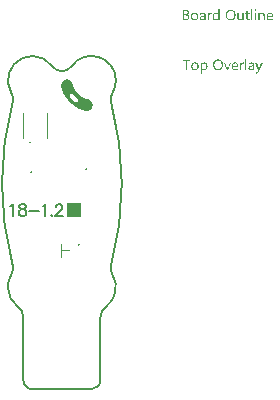
<source format=gto>
G04*
G04 #@! TF.GenerationSoftware,Altium Limited,Altium Designer,21.9.2 (33)*
G04*
G04 Layer_Color=65535*
%FSAX25Y25*%
%MOIN*%
G70*
G04*
G04 #@! TF.SameCoordinates,22CECA58-678C-4C5F-B68D-3DF83B2D247A*
G04*
G04*
G04 #@! TF.FilePolarity,Positive*
G04*
G01*
G75*
%ADD10C,0.00591*%
%ADD11C,0.00394*%
%ADD12R,0.05020X0.04823*%
%ADD13C,0.00787*%
G36*
X0064563Y0102638D02*
X0064588D01*
X0064644Y0102613D01*
X0064675Y0102594D01*
X0064706Y0102569D01*
X0064712Y0102563D01*
X0064718Y0102557D01*
X0064749Y0102520D01*
X0064774Y0102458D01*
X0064780Y0102421D01*
X0064786Y0102384D01*
Y0102377D01*
Y0102365D01*
X0064780Y0102347D01*
X0064774Y0102322D01*
X0064755Y0102260D01*
X0064731Y0102229D01*
X0064706Y0102198D01*
X0064700D01*
X0064693Y0102186D01*
X0064656Y0102161D01*
X0064601Y0102136D01*
X0064563Y0102130D01*
X0064526Y0102124D01*
X0064508D01*
X0064489Y0102130D01*
X0064464D01*
X0064403Y0102155D01*
X0064372Y0102167D01*
X0064341Y0102192D01*
Y0102198D01*
X0064328Y0102204D01*
X0064316Y0102223D01*
X0064303Y0102241D01*
X0064279Y0102303D01*
X0064272Y0102340D01*
X0064266Y0102384D01*
Y0102390D01*
Y0102402D01*
X0064272Y0102421D01*
X0064279Y0102452D01*
X0064297Y0102507D01*
X0064316Y0102539D01*
X0064341Y0102569D01*
X0064347Y0102576D01*
X0064353Y0102582D01*
X0064390Y0102607D01*
X0064452Y0102631D01*
X0064489Y0102644D01*
X0064545D01*
X0064563Y0102638D01*
D02*
G37*
G36*
X0052573Y0098973D02*
X0052171D01*
Y0099394D01*
X0052159D01*
Y0099388D01*
X0052146Y0099375D01*
X0052128Y0099351D01*
X0052109Y0099320D01*
X0052078Y0099282D01*
X0052041Y0099245D01*
X0051998Y0099202D01*
X0051948Y0099159D01*
X0051893Y0099109D01*
X0051824Y0099066D01*
X0051756Y0099029D01*
X0051676Y0098992D01*
X0051595Y0098961D01*
X0051503Y0098936D01*
X0051403Y0098923D01*
X0051298Y0098917D01*
X0051255D01*
X0051218Y0098923D01*
X0051181Y0098930D01*
X0051131Y0098936D01*
X0051026Y0098961D01*
X0050902Y0098998D01*
X0050778Y0099060D01*
X0050710Y0099097D01*
X0050655Y0099140D01*
X0050593Y0099196D01*
X0050537Y0099252D01*
Y0099258D01*
X0050524Y0099270D01*
X0050512Y0099289D01*
X0050494Y0099313D01*
X0050475Y0099344D01*
X0050450Y0099388D01*
X0050425Y0099437D01*
X0050401Y0099493D01*
X0050370Y0099555D01*
X0050345Y0099623D01*
X0050320Y0099697D01*
X0050302Y0099778D01*
X0050283Y0099864D01*
X0050271Y0099963D01*
X0050265Y0100063D01*
X0050258Y0100168D01*
Y0100174D01*
Y0100192D01*
Y0100230D01*
X0050265Y0100273D01*
X0050271Y0100322D01*
X0050277Y0100384D01*
X0050283Y0100452D01*
X0050296Y0100527D01*
X0050333Y0100688D01*
X0050388Y0100855D01*
X0050425Y0100935D01*
X0050469Y0101016D01*
X0050512Y0101090D01*
X0050568Y0101164D01*
X0050574Y0101171D01*
X0050580Y0101183D01*
X0050599Y0101201D01*
X0050624Y0101226D01*
X0050655Y0101251D01*
X0050698Y0101282D01*
X0050741Y0101319D01*
X0050791Y0101356D01*
X0050915Y0101424D01*
X0051057Y0101486D01*
X0051137Y0101505D01*
X0051224Y0101523D01*
X0051311Y0101536D01*
X0051410Y0101542D01*
X0051459D01*
X0051496Y0101536D01*
X0051534Y0101530D01*
X0051583Y0101523D01*
X0051694Y0101492D01*
X0051818Y0101443D01*
X0051880Y0101412D01*
X0051942Y0101369D01*
X0052004Y0101325D01*
X0052060Y0101269D01*
X0052109Y0101208D01*
X0052159Y0101133D01*
X0052171D01*
Y0102693D01*
X0052573D01*
Y0098973D01*
D02*
G37*
G36*
X0066841Y0101536D02*
X0066916Y0101530D01*
X0067009Y0101511D01*
X0067107Y0101480D01*
X0067213Y0101430D01*
X0067318Y0101362D01*
X0067361Y0101325D01*
X0067405Y0101276D01*
X0067417Y0101263D01*
X0067442Y0101226D01*
X0067473Y0101164D01*
X0067516Y0101078D01*
X0067553Y0100972D01*
X0067590Y0100842D01*
X0067615Y0100688D01*
X0067621Y0100508D01*
Y0098973D01*
X0067219D01*
Y0100403D01*
Y0100409D01*
Y0100440D01*
X0067213Y0100477D01*
Y0100527D01*
X0067200Y0100589D01*
X0067188Y0100657D01*
X0067169Y0100731D01*
X0067145Y0100805D01*
X0067114Y0100880D01*
X0067077Y0100948D01*
X0067027Y0101016D01*
X0066971Y0101078D01*
X0066909Y0101127D01*
X0066829Y0101164D01*
X0066742Y0101195D01*
X0066637Y0101201D01*
X0066625D01*
X0066588Y0101195D01*
X0066532Y0101189D01*
X0066464Y0101171D01*
X0066383Y0101146D01*
X0066297Y0101102D01*
X0066216Y0101047D01*
X0066136Y0100972D01*
X0066129Y0100960D01*
X0066105Y0100935D01*
X0066074Y0100886D01*
X0066037Y0100818D01*
X0066000Y0100737D01*
X0065969Y0100638D01*
X0065944Y0100527D01*
X0065938Y0100403D01*
Y0098973D01*
X0065535D01*
Y0101486D01*
X0065938D01*
Y0101065D01*
X0065950D01*
X0065956Y0101072D01*
X0065962Y0101084D01*
X0065981Y0101109D01*
X0066006Y0101139D01*
X0066030Y0101177D01*
X0066068Y0101214D01*
X0066111Y0101257D01*
X0066160Y0101307D01*
X0066216Y0101350D01*
X0066278Y0101393D01*
X0066346Y0101430D01*
X0066420Y0101468D01*
X0066495Y0101499D01*
X0066581Y0101523D01*
X0066674Y0101536D01*
X0066773Y0101542D01*
X0066810D01*
X0066841Y0101536D01*
D02*
G37*
G36*
X0049844Y0101523D02*
X0049918Y0101517D01*
X0049961Y0101505D01*
X0049992Y0101492D01*
Y0101078D01*
X0049986Y0101084D01*
X0049974Y0101090D01*
X0049949Y0101102D01*
X0049918Y0101121D01*
X0049874Y0101133D01*
X0049819Y0101146D01*
X0049757Y0101152D01*
X0049689Y0101158D01*
X0049676D01*
X0049646Y0101152D01*
X0049596Y0101146D01*
X0049540Y0101127D01*
X0049466Y0101096D01*
X0049398Y0101053D01*
X0049324Y0100991D01*
X0049255Y0100910D01*
X0049249Y0100898D01*
X0049231Y0100867D01*
X0049200Y0100812D01*
X0049169Y0100737D01*
X0049138Y0100644D01*
X0049107Y0100527D01*
X0049088Y0100397D01*
X0049082Y0100248D01*
Y0098973D01*
X0048680D01*
Y0101486D01*
X0049082D01*
Y0100966D01*
X0049095D01*
Y0100972D01*
X0049101Y0100979D01*
X0049113Y0101010D01*
X0049132Y0101059D01*
X0049163Y0101121D01*
X0049194Y0101183D01*
X0049243Y0101251D01*
X0049293Y0101319D01*
X0049355Y0101381D01*
X0049361Y0101387D01*
X0049385Y0101406D01*
X0049423Y0101430D01*
X0049472Y0101455D01*
X0049528Y0101480D01*
X0049596Y0101505D01*
X0049670Y0101523D01*
X0049751Y0101530D01*
X0049806D01*
X0049844Y0101523D01*
D02*
G37*
G36*
X0060583Y0098973D02*
X0060181D01*
Y0099369D01*
X0060168D01*
Y0099363D01*
X0060156Y0099351D01*
X0060144Y0099326D01*
X0060119Y0099301D01*
X0060063Y0099227D01*
X0059977Y0099146D01*
X0059927Y0099103D01*
X0059871Y0099060D01*
X0059809Y0099023D01*
X0059735Y0098985D01*
X0059661Y0098961D01*
X0059580Y0098936D01*
X0059488Y0098923D01*
X0059395Y0098917D01*
X0059358D01*
X0059314Y0098923D01*
X0059252Y0098936D01*
X0059184Y0098948D01*
X0059110Y0098973D01*
X0059030Y0099004D01*
X0058949Y0099054D01*
X0058862Y0099109D01*
X0058782Y0099177D01*
X0058708Y0099264D01*
X0058640Y0099369D01*
X0058578Y0099487D01*
X0058534Y0099629D01*
X0058510Y0099796D01*
X0058497Y0099883D01*
Y0099982D01*
Y0101486D01*
X0058893D01*
Y0100044D01*
Y0100038D01*
Y0100013D01*
X0058900Y0099970D01*
X0058906Y0099920D01*
X0058912Y0099858D01*
X0058924Y0099796D01*
X0058943Y0099722D01*
X0058968Y0099648D01*
X0059005Y0099573D01*
X0059042Y0099505D01*
X0059092Y0099437D01*
X0059153Y0099375D01*
X0059222Y0099326D01*
X0059302Y0099289D01*
X0059401Y0099258D01*
X0059506Y0099252D01*
X0059519D01*
X0059556Y0099258D01*
X0059611Y0099264D01*
X0059673Y0099276D01*
X0059754Y0099307D01*
X0059834Y0099344D01*
X0059915Y0099394D01*
X0059989Y0099468D01*
X0059995Y0099481D01*
X0060020Y0099505D01*
X0060051Y0099555D01*
X0060088Y0099623D01*
X0060119Y0099704D01*
X0060150Y0099803D01*
X0060175Y0099914D01*
X0060181Y0100038D01*
Y0101486D01*
X0060583D01*
Y0098973D01*
D02*
G37*
G36*
X0064718D02*
X0064316D01*
Y0101486D01*
X0064718D01*
Y0098973D01*
D02*
G37*
G36*
X0063499D02*
X0063096D01*
Y0102693D01*
X0063499D01*
Y0098973D01*
D02*
G37*
G36*
X0047120Y0101536D02*
X0047176Y0101530D01*
X0047244Y0101511D01*
X0047318Y0101492D01*
X0047399Y0101461D01*
X0047485Y0101424D01*
X0047566Y0101375D01*
X0047646Y0101313D01*
X0047720Y0101239D01*
X0047789Y0101146D01*
X0047844Y0101040D01*
X0047888Y0100917D01*
X0047912Y0100774D01*
X0047925Y0100607D01*
Y0098973D01*
X0047522D01*
Y0099363D01*
X0047510D01*
Y0099357D01*
X0047498Y0099344D01*
X0047485Y0099320D01*
X0047460Y0099295D01*
X0047399Y0099221D01*
X0047318Y0099140D01*
X0047207Y0099060D01*
X0047077Y0098985D01*
X0046996Y0098961D01*
X0046916Y0098936D01*
X0046829Y0098923D01*
X0046736Y0098917D01*
X0046699D01*
X0046674Y0098923D01*
X0046606Y0098930D01*
X0046526Y0098942D01*
X0046427Y0098967D01*
X0046334Y0098998D01*
X0046235Y0099047D01*
X0046148Y0099109D01*
X0046142Y0099122D01*
X0046117Y0099146D01*
X0046080Y0099190D01*
X0046043Y0099252D01*
X0046006Y0099326D01*
X0045969Y0099413D01*
X0045944Y0099518D01*
X0045938Y0099635D01*
Y0099642D01*
Y0099666D01*
X0045944Y0099704D01*
X0045950Y0099747D01*
X0045963Y0099803D01*
X0045981Y0099864D01*
X0046006Y0099932D01*
X0046043Y0100001D01*
X0046086Y0100075D01*
X0046142Y0100149D01*
X0046210Y0100217D01*
X0046290Y0100279D01*
X0046383Y0100341D01*
X0046495Y0100391D01*
X0046619Y0100428D01*
X0046767Y0100459D01*
X0047522Y0100564D01*
Y0100570D01*
Y0100589D01*
X0047516Y0100626D01*
Y0100663D01*
X0047504Y0100712D01*
X0047498Y0100768D01*
X0047460Y0100886D01*
X0047429Y0100942D01*
X0047399Y0100997D01*
X0047355Y0101053D01*
X0047306Y0101102D01*
X0047244Y0101146D01*
X0047176Y0101177D01*
X0047095Y0101195D01*
X0047002Y0101201D01*
X0046959D01*
X0046928Y0101195D01*
X0046885D01*
X0046841Y0101183D01*
X0046730Y0101164D01*
X0046606Y0101127D01*
X0046470Y0101072D01*
X0046396Y0101034D01*
X0046328Y0100997D01*
X0046253Y0100948D01*
X0046185Y0100892D01*
Y0101307D01*
X0046191D01*
X0046204Y0101319D01*
X0046222Y0101331D01*
X0046253Y0101344D01*
X0046284Y0101362D01*
X0046328Y0101381D01*
X0046377Y0101400D01*
X0046433Y0101424D01*
X0046557Y0101468D01*
X0046705Y0101505D01*
X0046866Y0101530D01*
X0047039Y0101542D01*
X0047077D01*
X0047120Y0101536D01*
D02*
G37*
G36*
X0041431Y0102483D02*
X0041475D01*
X0041518Y0102477D01*
X0041617Y0102464D01*
X0041735Y0102433D01*
X0041859Y0102396D01*
X0041976Y0102340D01*
X0042081Y0102266D01*
X0042088D01*
X0042094Y0102254D01*
X0042125Y0102229D01*
X0042168Y0102180D01*
X0042217Y0102111D01*
X0042261Y0102025D01*
X0042304Y0101926D01*
X0042335Y0101814D01*
X0042347Y0101752D01*
Y0101684D01*
Y0101678D01*
Y0101672D01*
Y0101635D01*
X0042341Y0101579D01*
X0042329Y0101511D01*
X0042310Y0101424D01*
X0042279Y0101338D01*
X0042242Y0101251D01*
X0042187Y0101164D01*
X0042180Y0101152D01*
X0042156Y0101127D01*
X0042118Y0101090D01*
X0042069Y0101040D01*
X0042007Y0100991D01*
X0041933Y0100935D01*
X0041840Y0100892D01*
X0041741Y0100849D01*
Y0100842D01*
X0041759D01*
X0041778Y0100836D01*
X0041797Y0100830D01*
X0041865Y0100818D01*
X0041945Y0100793D01*
X0042032Y0100756D01*
X0042125Y0100712D01*
X0042217Y0100651D01*
X0042304Y0100570D01*
X0042317Y0100558D01*
X0042341Y0100527D01*
X0042372Y0100483D01*
X0042416Y0100415D01*
X0042453Y0100329D01*
X0042490Y0100230D01*
X0042515Y0100112D01*
X0042521Y0099982D01*
Y0099976D01*
Y0099963D01*
Y0099939D01*
X0042515Y0099908D01*
X0042508Y0099871D01*
X0042502Y0099827D01*
X0042478Y0099722D01*
X0042440Y0099604D01*
X0042385Y0099481D01*
X0042347Y0099425D01*
X0042304Y0099363D01*
X0042248Y0099307D01*
X0042193Y0099252D01*
X0042187D01*
X0042180Y0099239D01*
X0042162Y0099227D01*
X0042137Y0099208D01*
X0042106Y0099190D01*
X0042063Y0099165D01*
X0041970Y0099115D01*
X0041852Y0099060D01*
X0041716Y0099016D01*
X0041555Y0098985D01*
X0041475Y0098979D01*
X0041382Y0098973D01*
X0040354D01*
Y0102489D01*
X0041400D01*
X0041431Y0102483D01*
D02*
G37*
G36*
X0061927Y0101486D02*
X0062564D01*
Y0101139D01*
X0061927D01*
Y0099722D01*
Y0099710D01*
Y0099679D01*
X0061933Y0099635D01*
X0061939Y0099580D01*
X0061964Y0099462D01*
X0061982Y0099406D01*
X0062013Y0099363D01*
X0062019Y0099357D01*
X0062032Y0099344D01*
X0062050Y0099332D01*
X0062081Y0099313D01*
X0062118Y0099289D01*
X0062168Y0099276D01*
X0062230Y0099264D01*
X0062298Y0099258D01*
X0062323D01*
X0062354Y0099264D01*
X0062391Y0099270D01*
X0062477Y0099295D01*
X0062521Y0099313D01*
X0062564Y0099338D01*
Y0098992D01*
X0062558D01*
X0062539Y0098979D01*
X0062508Y0098973D01*
X0062465Y0098961D01*
X0062409Y0098948D01*
X0062347Y0098936D01*
X0062273Y0098930D01*
X0062186Y0098923D01*
X0062155D01*
X0062125Y0098930D01*
X0062081Y0098936D01*
X0062032Y0098948D01*
X0061976Y0098961D01*
X0061920Y0098985D01*
X0061858Y0099016D01*
X0061796Y0099054D01*
X0061735Y0099103D01*
X0061679Y0099159D01*
X0061629Y0099233D01*
X0061586Y0099313D01*
X0061555Y0099413D01*
X0061530Y0099524D01*
X0061524Y0099654D01*
Y0101139D01*
X0061097D01*
Y0101486D01*
X0061524D01*
Y0102099D01*
X0061927Y0102229D01*
Y0101486D01*
D02*
G37*
G36*
X0069454Y0101536D02*
X0069497Y0101530D01*
X0069540Y0101523D01*
X0069652Y0101505D01*
X0069775Y0101461D01*
X0069899Y0101406D01*
X0069961Y0101369D01*
X0070023Y0101325D01*
X0070079Y0101276D01*
X0070134Y0101220D01*
X0070141Y0101214D01*
X0070147Y0101208D01*
X0070159Y0101189D01*
X0070178Y0101164D01*
X0070196Y0101127D01*
X0070221Y0101090D01*
X0070246Y0101047D01*
X0070271Y0100991D01*
X0070295Y0100929D01*
X0070320Y0100867D01*
X0070345Y0100793D01*
X0070363Y0100712D01*
X0070382Y0100626D01*
X0070394Y0100539D01*
X0070407Y0100440D01*
Y0100335D01*
Y0100124D01*
X0068630D01*
Y0100118D01*
Y0100106D01*
Y0100087D01*
X0068636Y0100056D01*
X0068643Y0100019D01*
Y0099982D01*
X0068661Y0099883D01*
X0068692Y0099784D01*
X0068729Y0099673D01*
X0068785Y0099567D01*
X0068853Y0099474D01*
X0068866Y0099462D01*
X0068890Y0099437D01*
X0068940Y0099406D01*
X0069008Y0099363D01*
X0069095Y0099320D01*
X0069194Y0099289D01*
X0069311Y0099264D01*
X0069447Y0099252D01*
X0069491D01*
X0069522Y0099258D01*
X0069559D01*
X0069602Y0099264D01*
X0069707Y0099289D01*
X0069825Y0099320D01*
X0069955Y0099369D01*
X0070091Y0099437D01*
X0070159Y0099481D01*
X0070227Y0099530D01*
Y0099152D01*
X0070221D01*
X0070215Y0099140D01*
X0070196Y0099134D01*
X0070165Y0099115D01*
X0070134Y0099097D01*
X0070097Y0099078D01*
X0070048Y0099060D01*
X0069998Y0099035D01*
X0069936Y0099010D01*
X0069868Y0098992D01*
X0069720Y0098954D01*
X0069546Y0098930D01*
X0069354Y0098917D01*
X0069305D01*
X0069268Y0098923D01*
X0069225Y0098930D01*
X0069169Y0098936D01*
X0069051Y0098961D01*
X0068915Y0098998D01*
X0068779Y0099060D01*
X0068711Y0099103D01*
X0068643Y0099146D01*
X0068581Y0099196D01*
X0068519Y0099258D01*
X0068513Y0099264D01*
X0068506Y0099276D01*
X0068494Y0099295D01*
X0068469Y0099320D01*
X0068451Y0099357D01*
X0068426Y0099400D01*
X0068395Y0099450D01*
X0068370Y0099505D01*
X0068339Y0099567D01*
X0068315Y0099642D01*
X0068284Y0099722D01*
X0068265Y0099809D01*
X0068247Y0099901D01*
X0068228Y0100001D01*
X0068222Y0100106D01*
X0068216Y0100217D01*
Y0100223D01*
Y0100242D01*
Y0100273D01*
X0068222Y0100316D01*
X0068228Y0100366D01*
X0068234Y0100422D01*
X0068240Y0100490D01*
X0068259Y0100558D01*
X0068296Y0100706D01*
X0068352Y0100867D01*
X0068389Y0100948D01*
X0068438Y0101022D01*
X0068488Y0101102D01*
X0068544Y0101171D01*
X0068550Y0101177D01*
X0068562Y0101189D01*
X0068581Y0101208D01*
X0068606Y0101226D01*
X0068636Y0101257D01*
X0068674Y0101288D01*
X0068723Y0101319D01*
X0068773Y0101356D01*
X0068890Y0101424D01*
X0069033Y0101486D01*
X0069113Y0101505D01*
X0069194Y0101523D01*
X0069280Y0101536D01*
X0069373Y0101542D01*
X0069423D01*
X0069454Y0101536D01*
D02*
G37*
G36*
X0056411Y0102545D02*
X0056473Y0102539D01*
X0056547Y0102526D01*
X0056628Y0102507D01*
X0056714Y0102489D01*
X0056801Y0102464D01*
X0056900Y0102433D01*
X0056993Y0102390D01*
X0057092Y0102340D01*
X0057191Y0102285D01*
X0057284Y0102217D01*
X0057377Y0102142D01*
X0057464Y0102056D01*
X0057470Y0102050D01*
X0057482Y0102031D01*
X0057507Y0102006D01*
X0057532Y0101969D01*
X0057569Y0101919D01*
X0057606Y0101858D01*
X0057643Y0101789D01*
X0057686Y0101715D01*
X0057730Y0101622D01*
X0057767Y0101530D01*
X0057804Y0101424D01*
X0057841Y0101307D01*
X0057866Y0101189D01*
X0057891Y0101059D01*
X0057903Y0100917D01*
X0057909Y0100774D01*
Y0100762D01*
Y0100737D01*
Y0100694D01*
X0057903Y0100632D01*
X0057897Y0100558D01*
X0057884Y0100477D01*
X0057872Y0100384D01*
X0057854Y0100279D01*
X0057829Y0100174D01*
X0057798Y0100063D01*
X0057761Y0099951D01*
X0057717Y0099840D01*
X0057662Y0099722D01*
X0057600Y0099617D01*
X0057532Y0099512D01*
X0057451Y0099413D01*
X0057445Y0099406D01*
X0057433Y0099394D01*
X0057402Y0099369D01*
X0057371Y0099338D01*
X0057321Y0099295D01*
X0057265Y0099258D01*
X0057204Y0099208D01*
X0057129Y0099165D01*
X0057049Y0099122D01*
X0056956Y0099072D01*
X0056857Y0099035D01*
X0056745Y0098998D01*
X0056628Y0098961D01*
X0056504Y0098936D01*
X0056374Y0098923D01*
X0056232Y0098917D01*
X0056201D01*
X0056157Y0098923D01*
X0056108D01*
X0056046Y0098930D01*
X0055972Y0098942D01*
X0055891Y0098961D01*
X0055798Y0098979D01*
X0055705Y0099004D01*
X0055607Y0099035D01*
X0055507Y0099078D01*
X0055408Y0099122D01*
X0055309Y0099177D01*
X0055210Y0099245D01*
X0055117Y0099320D01*
X0055031Y0099406D01*
X0055025Y0099413D01*
X0055012Y0099431D01*
X0054988Y0099456D01*
X0054963Y0099493D01*
X0054926Y0099542D01*
X0054888Y0099604D01*
X0054851Y0099673D01*
X0054808Y0099753D01*
X0054765Y0099840D01*
X0054728Y0099932D01*
X0054690Y0100038D01*
X0054653Y0100155D01*
X0054628Y0100273D01*
X0054604Y0100403D01*
X0054591Y0100545D01*
X0054585Y0100688D01*
Y0100700D01*
Y0100725D01*
X0054591Y0100768D01*
Y0100830D01*
X0054598Y0100898D01*
X0054610Y0100985D01*
X0054622Y0101078D01*
X0054641Y0101177D01*
X0054666Y0101282D01*
X0054697Y0101393D01*
X0054734Y0101505D01*
X0054777Y0101616D01*
X0054833Y0101728D01*
X0054895Y0101839D01*
X0054963Y0101944D01*
X0055043Y0102043D01*
X0055049Y0102050D01*
X0055062Y0102068D01*
X0055093Y0102093D01*
X0055130Y0102124D01*
X0055173Y0102161D01*
X0055229Y0102204D01*
X0055297Y0102248D01*
X0055371Y0102297D01*
X0055458Y0102347D01*
X0055551Y0102390D01*
X0055650Y0102433D01*
X0055761Y0102470D01*
X0055885Y0102501D01*
X0056015Y0102532D01*
X0056151Y0102545D01*
X0056294Y0102551D01*
X0056362D01*
X0056411Y0102545D01*
D02*
G37*
G36*
X0044384Y0101536D02*
X0044427Y0101530D01*
X0044483Y0101523D01*
X0044607Y0101499D01*
X0044749Y0101455D01*
X0044892Y0101393D01*
X0044966Y0101356D01*
X0045034Y0101313D01*
X0045102Y0101257D01*
X0045164Y0101195D01*
X0045170Y0101189D01*
X0045176Y0101177D01*
X0045195Y0101158D01*
X0045213Y0101133D01*
X0045238Y0101096D01*
X0045263Y0101053D01*
X0045294Y0101003D01*
X0045325Y0100948D01*
X0045350Y0100880D01*
X0045381Y0100812D01*
X0045405Y0100731D01*
X0045430Y0100644D01*
X0045449Y0100551D01*
X0045467Y0100452D01*
X0045474Y0100347D01*
X0045480Y0100236D01*
Y0100230D01*
Y0100211D01*
Y0100180D01*
X0045474Y0100137D01*
X0045467Y0100087D01*
X0045461Y0100025D01*
X0045449Y0099963D01*
X0045436Y0099889D01*
X0045399Y0099741D01*
X0045337Y0099580D01*
X0045300Y0099499D01*
X0045251Y0099419D01*
X0045201Y0099344D01*
X0045139Y0099276D01*
X0045133Y0099270D01*
X0045121Y0099264D01*
X0045102Y0099245D01*
X0045077Y0099221D01*
X0045040Y0099196D01*
X0045003Y0099165D01*
X0044954Y0099128D01*
X0044898Y0099097D01*
X0044836Y0099066D01*
X0044768Y0099029D01*
X0044693Y0098998D01*
X0044613Y0098973D01*
X0044526Y0098948D01*
X0044434Y0098936D01*
X0044335Y0098923D01*
X0044229Y0098917D01*
X0044174D01*
X0044136Y0098923D01*
X0044093Y0098930D01*
X0044037Y0098936D01*
X0043975Y0098948D01*
X0043907Y0098961D01*
X0043765Y0099004D01*
X0043617Y0099066D01*
X0043542Y0099103D01*
X0043474Y0099152D01*
X0043406Y0099202D01*
X0043338Y0099264D01*
X0043332Y0099270D01*
X0043325Y0099282D01*
X0043307Y0099301D01*
X0043288Y0099326D01*
X0043264Y0099363D01*
X0043233Y0099406D01*
X0043202Y0099456D01*
X0043177Y0099512D01*
X0043146Y0099580D01*
X0043115Y0099648D01*
X0043084Y0099722D01*
X0043059Y0099809D01*
X0043022Y0099994D01*
X0043016Y0100093D01*
X0043010Y0100199D01*
Y0100205D01*
Y0100230D01*
Y0100261D01*
X0043016Y0100304D01*
X0043022Y0100353D01*
X0043028Y0100415D01*
X0043041Y0100483D01*
X0043053Y0100558D01*
X0043090Y0100719D01*
X0043152Y0100880D01*
X0043196Y0100960D01*
X0043239Y0101040D01*
X0043288Y0101115D01*
X0043350Y0101183D01*
X0043356Y0101189D01*
X0043369Y0101201D01*
X0043387Y0101214D01*
X0043412Y0101239D01*
X0043449Y0101263D01*
X0043493Y0101294D01*
X0043542Y0101331D01*
X0043598Y0101362D01*
X0043660Y0101393D01*
X0043734Y0101430D01*
X0043808Y0101461D01*
X0043895Y0101486D01*
X0043982Y0101511D01*
X0044081Y0101530D01*
X0044186Y0101536D01*
X0044291Y0101542D01*
X0044347D01*
X0044384Y0101536D01*
D02*
G37*
G36*
X0047597Y0084946D02*
X0047640Y0084939D01*
X0047683Y0084933D01*
X0047795Y0084909D01*
X0047918Y0084872D01*
X0048042Y0084810D01*
X0048104Y0084772D01*
X0048166Y0084723D01*
X0048222Y0084673D01*
X0048278Y0084611D01*
X0048284Y0084605D01*
X0048290Y0084599D01*
X0048302Y0084574D01*
X0048321Y0084550D01*
X0048339Y0084519D01*
X0048364Y0084475D01*
X0048389Y0084426D01*
X0048414Y0084376D01*
X0048439Y0084314D01*
X0048463Y0084246D01*
X0048488Y0084172D01*
X0048507Y0084092D01*
X0048537Y0083912D01*
X0048550Y0083813D01*
Y0083708D01*
Y0083701D01*
Y0083683D01*
Y0083646D01*
X0048544Y0083602D01*
Y0083553D01*
X0048531Y0083491D01*
X0048525Y0083423D01*
X0048513Y0083349D01*
X0048476Y0083188D01*
X0048420Y0083021D01*
X0048383Y0082940D01*
X0048346Y0082860D01*
X0048296Y0082779D01*
X0048240Y0082705D01*
X0048234Y0082699D01*
X0048228Y0082686D01*
X0048209Y0082668D01*
X0048185Y0082649D01*
X0048154Y0082618D01*
X0048117Y0082587D01*
X0048073Y0082550D01*
X0048024Y0082519D01*
X0047968Y0082482D01*
X0047906Y0082445D01*
X0047758Y0082389D01*
X0047677Y0082364D01*
X0047597Y0082346D01*
X0047504Y0082334D01*
X0047405Y0082327D01*
X0047355D01*
X0047324Y0082334D01*
X0047281Y0082340D01*
X0047238Y0082352D01*
X0047126Y0082377D01*
X0047009Y0082426D01*
X0046940Y0082464D01*
X0046879Y0082501D01*
X0046817Y0082550D01*
X0046761Y0082606D01*
X0046699Y0082668D01*
X0046650Y0082742D01*
X0046637D01*
Y0081232D01*
X0046235D01*
Y0084896D01*
X0046637D01*
Y0084451D01*
X0046650D01*
X0046656Y0084457D01*
X0046662Y0084475D01*
X0046681Y0084500D01*
X0046705Y0084531D01*
X0046736Y0084568D01*
X0046773Y0084611D01*
X0046817Y0084655D01*
X0046872Y0084704D01*
X0046928Y0084748D01*
X0046990Y0084791D01*
X0047064Y0084834D01*
X0047139Y0084872D01*
X0047225Y0084909D01*
X0047318Y0084933D01*
X0047411Y0084946D01*
X0047516Y0084952D01*
X0047566D01*
X0047597Y0084946D01*
D02*
G37*
G36*
X0060552Y0084933D02*
X0060627Y0084927D01*
X0060670Y0084915D01*
X0060701Y0084902D01*
Y0084488D01*
X0060695Y0084494D01*
X0060682Y0084500D01*
X0060658Y0084512D01*
X0060627Y0084531D01*
X0060583Y0084543D01*
X0060527Y0084556D01*
X0060466Y0084562D01*
X0060398Y0084568D01*
X0060385D01*
X0060354Y0084562D01*
X0060305Y0084556D01*
X0060249Y0084537D01*
X0060175Y0084506D01*
X0060107Y0084463D01*
X0060032Y0084401D01*
X0059964Y0084321D01*
X0059958Y0084308D01*
X0059939Y0084277D01*
X0059908Y0084222D01*
X0059878Y0084147D01*
X0059847Y0084054D01*
X0059816Y0083937D01*
X0059797Y0083807D01*
X0059791Y0083658D01*
Y0082383D01*
X0059389D01*
Y0084896D01*
X0059791D01*
Y0084376D01*
X0059803D01*
Y0084382D01*
X0059809Y0084389D01*
X0059822Y0084420D01*
X0059840Y0084469D01*
X0059871Y0084531D01*
X0059902Y0084593D01*
X0059952Y0084661D01*
X0060001Y0084729D01*
X0060063Y0084791D01*
X0060070Y0084797D01*
X0060094Y0084816D01*
X0060131Y0084841D01*
X0060181Y0084865D01*
X0060237Y0084890D01*
X0060305Y0084915D01*
X0060379Y0084933D01*
X0060460Y0084939D01*
X0060515D01*
X0060552Y0084933D01*
D02*
G37*
G36*
X0065758Y0081981D02*
X0065752Y0081975D01*
X0065746Y0081950D01*
X0065727Y0081906D01*
X0065702Y0081857D01*
X0065671Y0081801D01*
X0065628Y0081733D01*
X0065585Y0081665D01*
X0065535Y0081591D01*
X0065473Y0081516D01*
X0065412Y0081448D01*
X0065337Y0081380D01*
X0065257Y0081325D01*
X0065176Y0081275D01*
X0065083Y0081232D01*
X0064991Y0081207D01*
X0064885Y0081201D01*
X0064830D01*
X0064792Y0081207D01*
X0064712Y0081219D01*
X0064625Y0081238D01*
Y0081597D01*
X0064631D01*
X0064650Y0081591D01*
X0064675Y0081585D01*
X0064706Y0081578D01*
X0064780Y0081560D01*
X0064860Y0081554D01*
X0064873D01*
X0064910Y0081560D01*
X0064966Y0081572D01*
X0065034Y0081597D01*
X0065108Y0081640D01*
X0065145Y0081671D01*
X0065182Y0081708D01*
X0065220Y0081745D01*
X0065257Y0081795D01*
X0065288Y0081851D01*
X0065319Y0081913D01*
X0065523Y0082383D01*
X0064539Y0084896D01*
X0064984D01*
X0065665Y0082959D01*
Y0082953D01*
X0065671Y0082940D01*
X0065678Y0082922D01*
X0065684Y0082897D01*
X0065690Y0082860D01*
X0065702Y0082823D01*
X0065715Y0082767D01*
X0065733D01*
Y0082779D01*
X0065746Y0082816D01*
X0065758Y0082872D01*
X0065783Y0082953D01*
X0066495Y0084896D01*
X0066909D01*
X0065758Y0081981D01*
D02*
G37*
G36*
X0055328Y0082383D02*
X0054932D01*
X0053979Y0084896D01*
X0054418D01*
X0055062Y0083070D01*
X0055068Y0083064D01*
X0055074Y0083039D01*
X0055086Y0082996D01*
X0055099Y0082953D01*
X0055111Y0082897D01*
X0055130Y0082835D01*
X0055148Y0082717D01*
X0055155D01*
Y0082723D01*
X0055161Y0082748D01*
X0055167Y0082785D01*
X0055173Y0082829D01*
X0055186Y0082885D01*
X0055198Y0082940D01*
X0055235Y0083058D01*
X0055904Y0084896D01*
X0056324D01*
X0055328Y0082383D01*
D02*
G37*
G36*
X0063350Y0084946D02*
X0063406Y0084939D01*
X0063474Y0084921D01*
X0063548Y0084902D01*
X0063629Y0084872D01*
X0063715Y0084834D01*
X0063796Y0084785D01*
X0063876Y0084723D01*
X0063951Y0084649D01*
X0064019Y0084556D01*
X0064074Y0084451D01*
X0064118Y0084327D01*
X0064143Y0084184D01*
X0064155Y0084017D01*
Y0082383D01*
X0063753D01*
Y0082773D01*
X0063740D01*
Y0082767D01*
X0063728Y0082754D01*
X0063715Y0082730D01*
X0063691Y0082705D01*
X0063629Y0082631D01*
X0063548Y0082550D01*
X0063437Y0082470D01*
X0063307Y0082395D01*
X0063226Y0082371D01*
X0063146Y0082346D01*
X0063059Y0082334D01*
X0062966Y0082327D01*
X0062929D01*
X0062905Y0082334D01*
X0062836Y0082340D01*
X0062756Y0082352D01*
X0062657Y0082377D01*
X0062564Y0082408D01*
X0062465Y0082457D01*
X0062378Y0082519D01*
X0062372Y0082532D01*
X0062347Y0082556D01*
X0062310Y0082600D01*
X0062273Y0082662D01*
X0062236Y0082736D01*
X0062199Y0082823D01*
X0062174Y0082928D01*
X0062168Y0083045D01*
Y0083052D01*
Y0083076D01*
X0062174Y0083113D01*
X0062180Y0083157D01*
X0062193Y0083213D01*
X0062211Y0083274D01*
X0062236Y0083342D01*
X0062273Y0083411D01*
X0062316Y0083485D01*
X0062372Y0083559D01*
X0062440Y0083627D01*
X0062521Y0083689D01*
X0062614Y0083751D01*
X0062725Y0083801D01*
X0062849Y0083838D01*
X0062997Y0083869D01*
X0063753Y0083974D01*
Y0083980D01*
Y0083999D01*
X0063746Y0084036D01*
Y0084073D01*
X0063734Y0084123D01*
X0063728Y0084178D01*
X0063691Y0084296D01*
X0063660Y0084351D01*
X0063629Y0084407D01*
X0063585Y0084463D01*
X0063536Y0084512D01*
X0063474Y0084556D01*
X0063406Y0084587D01*
X0063325Y0084605D01*
X0063233Y0084611D01*
X0063189D01*
X0063158Y0084605D01*
X0063115D01*
X0063072Y0084593D01*
X0062960Y0084574D01*
X0062836Y0084537D01*
X0062700Y0084482D01*
X0062626Y0084444D01*
X0062558Y0084407D01*
X0062484Y0084358D01*
X0062415Y0084302D01*
Y0084717D01*
X0062422D01*
X0062434Y0084729D01*
X0062453Y0084741D01*
X0062484Y0084754D01*
X0062515Y0084772D01*
X0062558Y0084791D01*
X0062607Y0084810D01*
X0062663Y0084834D01*
X0062787Y0084878D01*
X0062936Y0084915D01*
X0063096Y0084939D01*
X0063270Y0084952D01*
X0063307D01*
X0063350Y0084946D01*
D02*
G37*
G36*
X0061537Y0082383D02*
X0061134D01*
Y0086103D01*
X0061537D01*
Y0082383D01*
D02*
G37*
G36*
X0042793Y0085528D02*
X0041778D01*
Y0082383D01*
X0041370D01*
Y0085528D01*
X0040354D01*
Y0085899D01*
X0042793D01*
Y0085528D01*
D02*
G37*
G36*
X0057829Y0084946D02*
X0057872Y0084939D01*
X0057915Y0084933D01*
X0058027Y0084915D01*
X0058151Y0084872D01*
X0058274Y0084816D01*
X0058336Y0084779D01*
X0058398Y0084735D01*
X0058454Y0084686D01*
X0058510Y0084630D01*
X0058516Y0084624D01*
X0058522Y0084618D01*
X0058534Y0084599D01*
X0058553Y0084574D01*
X0058571Y0084537D01*
X0058596Y0084500D01*
X0058621Y0084457D01*
X0058646Y0084401D01*
X0058671Y0084339D01*
X0058695Y0084277D01*
X0058720Y0084203D01*
X0058739Y0084123D01*
X0058757Y0084036D01*
X0058770Y0083949D01*
X0058782Y0083850D01*
Y0083745D01*
Y0083534D01*
X0057005D01*
Y0083528D01*
Y0083516D01*
Y0083497D01*
X0057012Y0083466D01*
X0057018Y0083429D01*
Y0083392D01*
X0057036Y0083293D01*
X0057067Y0083194D01*
X0057104Y0083083D01*
X0057160Y0082977D01*
X0057228Y0082885D01*
X0057241Y0082872D01*
X0057265Y0082847D01*
X0057315Y0082816D01*
X0057383Y0082773D01*
X0057470Y0082730D01*
X0057569Y0082699D01*
X0057686Y0082674D01*
X0057823Y0082662D01*
X0057866D01*
X0057897Y0082668D01*
X0057934D01*
X0057977Y0082674D01*
X0058082Y0082699D01*
X0058200Y0082730D01*
X0058330Y0082779D01*
X0058466Y0082847D01*
X0058534Y0082891D01*
X0058602Y0082940D01*
Y0082563D01*
X0058596D01*
X0058590Y0082550D01*
X0058571Y0082544D01*
X0058540Y0082525D01*
X0058510Y0082507D01*
X0058473Y0082488D01*
X0058423Y0082470D01*
X0058373Y0082445D01*
X0058311Y0082420D01*
X0058243Y0082402D01*
X0058095Y0082364D01*
X0057922Y0082340D01*
X0057730Y0082327D01*
X0057680D01*
X0057643Y0082334D01*
X0057600Y0082340D01*
X0057544Y0082346D01*
X0057426Y0082371D01*
X0057290Y0082408D01*
X0057154Y0082470D01*
X0057086Y0082513D01*
X0057018Y0082556D01*
X0056956Y0082606D01*
X0056894Y0082668D01*
X0056888Y0082674D01*
X0056882Y0082686D01*
X0056869Y0082705D01*
X0056845Y0082730D01*
X0056826Y0082767D01*
X0056801Y0082810D01*
X0056770Y0082860D01*
X0056745Y0082915D01*
X0056714Y0082977D01*
X0056690Y0083052D01*
X0056659Y0083132D01*
X0056640Y0083219D01*
X0056622Y0083312D01*
X0056603Y0083411D01*
X0056597Y0083516D01*
X0056591Y0083627D01*
Y0083634D01*
Y0083652D01*
Y0083683D01*
X0056597Y0083726D01*
X0056603Y0083776D01*
X0056609Y0083832D01*
X0056616Y0083900D01*
X0056634Y0083968D01*
X0056671Y0084116D01*
X0056727Y0084277D01*
X0056764Y0084358D01*
X0056814Y0084432D01*
X0056863Y0084512D01*
X0056919Y0084580D01*
X0056925Y0084587D01*
X0056937Y0084599D01*
X0056956Y0084618D01*
X0056981Y0084636D01*
X0057012Y0084667D01*
X0057049Y0084698D01*
X0057098Y0084729D01*
X0057148Y0084766D01*
X0057265Y0084834D01*
X0057408Y0084896D01*
X0057488Y0084915D01*
X0057569Y0084933D01*
X0057655Y0084946D01*
X0057748Y0084952D01*
X0057798D01*
X0057829Y0084946D01*
D02*
G37*
G36*
X0052214Y0085955D02*
X0052276Y0085948D01*
X0052350Y0085936D01*
X0052431Y0085918D01*
X0052518Y0085899D01*
X0052604Y0085874D01*
X0052703Y0085843D01*
X0052796Y0085800D01*
X0052895Y0085750D01*
X0052994Y0085695D01*
X0053087Y0085627D01*
X0053180Y0085552D01*
X0053267Y0085466D01*
X0053273Y0085460D01*
X0053285Y0085441D01*
X0053310Y0085416D01*
X0053335Y0085379D01*
X0053372Y0085330D01*
X0053409Y0085268D01*
X0053446Y0085199D01*
X0053490Y0085125D01*
X0053533Y0085032D01*
X0053570Y0084939D01*
X0053607Y0084834D01*
X0053644Y0084717D01*
X0053669Y0084599D01*
X0053694Y0084469D01*
X0053706Y0084327D01*
X0053712Y0084184D01*
Y0084172D01*
Y0084147D01*
Y0084104D01*
X0053706Y0084042D01*
X0053700Y0083968D01*
X0053688Y0083887D01*
X0053675Y0083794D01*
X0053657Y0083689D01*
X0053632Y0083584D01*
X0053601Y0083473D01*
X0053564Y0083361D01*
X0053521Y0083250D01*
X0053465Y0083132D01*
X0053403Y0083027D01*
X0053335Y0082922D01*
X0053254Y0082823D01*
X0053248Y0082816D01*
X0053236Y0082804D01*
X0053205Y0082779D01*
X0053174Y0082748D01*
X0053124Y0082705D01*
X0053069Y0082668D01*
X0053007Y0082618D01*
X0052932Y0082575D01*
X0052852Y0082532D01*
X0052759Y0082482D01*
X0052660Y0082445D01*
X0052549Y0082408D01*
X0052431Y0082371D01*
X0052307Y0082346D01*
X0052177Y0082334D01*
X0052035Y0082327D01*
X0052004D01*
X0051961Y0082334D01*
X0051911D01*
X0051849Y0082340D01*
X0051775Y0082352D01*
X0051694Y0082371D01*
X0051602Y0082389D01*
X0051509Y0082414D01*
X0051410Y0082445D01*
X0051311Y0082488D01*
X0051212Y0082532D01*
X0051113Y0082587D01*
X0051013Y0082655D01*
X0050921Y0082730D01*
X0050834Y0082816D01*
X0050828Y0082823D01*
X0050815Y0082841D01*
X0050791Y0082866D01*
X0050766Y0082903D01*
X0050729Y0082953D01*
X0050692Y0083015D01*
X0050655Y0083083D01*
X0050611Y0083163D01*
X0050568Y0083250D01*
X0050531Y0083342D01*
X0050494Y0083448D01*
X0050456Y0083565D01*
X0050432Y0083683D01*
X0050407Y0083813D01*
X0050394Y0083955D01*
X0050388Y0084098D01*
Y0084110D01*
Y0084135D01*
X0050394Y0084178D01*
Y0084240D01*
X0050401Y0084308D01*
X0050413Y0084395D01*
X0050425Y0084488D01*
X0050444Y0084587D01*
X0050469Y0084692D01*
X0050500Y0084803D01*
X0050537Y0084915D01*
X0050580Y0085026D01*
X0050636Y0085138D01*
X0050698Y0085249D01*
X0050766Y0085354D01*
X0050846Y0085453D01*
X0050853Y0085460D01*
X0050865Y0085478D01*
X0050896Y0085503D01*
X0050933Y0085534D01*
X0050976Y0085571D01*
X0051032Y0085614D01*
X0051100Y0085658D01*
X0051174Y0085707D01*
X0051261Y0085757D01*
X0051354Y0085800D01*
X0051453Y0085843D01*
X0051564Y0085880D01*
X0051688Y0085911D01*
X0051818Y0085942D01*
X0051954Y0085955D01*
X0052097Y0085961D01*
X0052165D01*
X0052214Y0085955D01*
D02*
G37*
G36*
X0044495Y0084946D02*
X0044539Y0084939D01*
X0044594Y0084933D01*
X0044718Y0084909D01*
X0044861Y0084865D01*
X0045003Y0084803D01*
X0045077Y0084766D01*
X0045145Y0084723D01*
X0045213Y0084667D01*
X0045275Y0084605D01*
X0045282Y0084599D01*
X0045288Y0084587D01*
X0045306Y0084568D01*
X0045325Y0084543D01*
X0045350Y0084506D01*
X0045374Y0084463D01*
X0045405Y0084413D01*
X0045436Y0084358D01*
X0045461Y0084290D01*
X0045492Y0084222D01*
X0045517Y0084141D01*
X0045542Y0084054D01*
X0045560Y0083961D01*
X0045579Y0083863D01*
X0045585Y0083757D01*
X0045591Y0083646D01*
Y0083640D01*
Y0083621D01*
Y0083590D01*
X0045585Y0083547D01*
X0045579Y0083497D01*
X0045573Y0083435D01*
X0045560Y0083373D01*
X0045548Y0083299D01*
X0045511Y0083151D01*
X0045449Y0082990D01*
X0045412Y0082909D01*
X0045362Y0082829D01*
X0045312Y0082754D01*
X0045251Y0082686D01*
X0045244Y0082680D01*
X0045232Y0082674D01*
X0045213Y0082655D01*
X0045189Y0082631D01*
X0045152Y0082606D01*
X0045114Y0082575D01*
X0045065Y0082538D01*
X0045009Y0082507D01*
X0044947Y0082476D01*
X0044879Y0082439D01*
X0044805Y0082408D01*
X0044725Y0082383D01*
X0044638Y0082358D01*
X0044545Y0082346D01*
X0044446Y0082334D01*
X0044341Y0082327D01*
X0044285D01*
X0044248Y0082334D01*
X0044205Y0082340D01*
X0044149Y0082346D01*
X0044087Y0082358D01*
X0044019Y0082371D01*
X0043876Y0082414D01*
X0043728Y0082476D01*
X0043654Y0082513D01*
X0043586Y0082563D01*
X0043517Y0082612D01*
X0043449Y0082674D01*
X0043443Y0082680D01*
X0043437Y0082693D01*
X0043418Y0082711D01*
X0043400Y0082736D01*
X0043375Y0082773D01*
X0043344Y0082816D01*
X0043313Y0082866D01*
X0043288Y0082922D01*
X0043257Y0082990D01*
X0043227Y0083058D01*
X0043196Y0083132D01*
X0043171Y0083219D01*
X0043134Y0083404D01*
X0043127Y0083504D01*
X0043121Y0083609D01*
Y0083615D01*
Y0083640D01*
Y0083671D01*
X0043127Y0083714D01*
X0043134Y0083763D01*
X0043140Y0083825D01*
X0043152Y0083893D01*
X0043165Y0083968D01*
X0043202Y0084129D01*
X0043264Y0084290D01*
X0043307Y0084370D01*
X0043350Y0084451D01*
X0043400Y0084525D01*
X0043462Y0084593D01*
X0043468Y0084599D01*
X0043480Y0084611D01*
X0043499Y0084624D01*
X0043524Y0084649D01*
X0043561Y0084673D01*
X0043604Y0084704D01*
X0043654Y0084741D01*
X0043709Y0084772D01*
X0043771Y0084803D01*
X0043845Y0084841D01*
X0043920Y0084872D01*
X0044006Y0084896D01*
X0044093Y0084921D01*
X0044192Y0084939D01*
X0044297Y0084946D01*
X0044403Y0084952D01*
X0044458D01*
X0044495Y0084946D01*
D02*
G37*
G36*
X0001835Y0079270D02*
X0001952Y0079260D01*
X0002068Y0079242D01*
X0002183Y0079217D01*
X0002296Y0079186D01*
X0002407Y0079147D01*
X0002515Y0079102D01*
X0002621Y0079051D01*
X0002723Y0078993D01*
X0002822Y0078930D01*
X0002916Y0078860D01*
X0003006Y0078785D01*
X0003092Y0078705D01*
X0003172Y0078619D01*
X0003247Y0078529D01*
X0003317Y0078434D01*
X0003381Y0078336D01*
X0003438Y0078233D01*
X0003490Y0078128D01*
X0003535Y0078019D01*
X0003573Y0077908D01*
X0003604Y0077795D01*
X0003608Y0077779D01*
X0003608D01*
X0003656Y0077585D01*
X0003719Y0077368D01*
X0003788Y0077152D01*
X0003864Y0076939D01*
X0003947Y0076728D01*
X0004037Y0076521D01*
X0004134Y0076316D01*
X0004237Y0076115D01*
X0004347Y0075917D01*
X0004464Y0075723D01*
X0004586Y0075533D01*
X0004715Y0075347D01*
X0004850Y0075165D01*
X0004991Y0074988D01*
X0005137Y0074815D01*
X0005289Y0074648D01*
X0005446Y0074485D01*
X0005609Y0074327D01*
X0005777Y0074176D01*
X0005949Y0074029D01*
X0006126Y0073888D01*
X0006308Y0073754D01*
X0006494Y0073625D01*
X0006685Y0073502D01*
X0006879Y0073386D01*
X0007077Y0073276D01*
X0007278Y0073173D01*
X0007482Y0073076D01*
X0007690Y0072986D01*
X0007901Y0072903D01*
X0008113Y0072826D01*
X0008329Y0072757D01*
X0008547Y0072695D01*
X0008763Y0072641D01*
X0008763Y0072641D01*
X0008786Y0072636D01*
X0008899Y0072605D01*
X0009010Y0072566D01*
X0009119Y0072521D01*
X0009224Y0072470D01*
X0009326Y0072412D01*
X0009425Y0072349D01*
X0009520Y0072279D01*
X0009610Y0072204D01*
X0009695Y0072123D01*
X0009776Y0072038D01*
X0009851Y0071948D01*
X0009920Y0071853D01*
X0009984Y0071754D01*
X0010042Y0071652D01*
X0010093Y0071547D01*
X0010138Y0071438D01*
X0010176Y0071327D01*
X0010208Y0071214D01*
X0010233Y0071100D01*
X0010250Y0070983D01*
X0010261Y0070867D01*
X0010264Y0070749D01*
X0010261Y0070632D01*
X0010250Y0070515D01*
X0010233Y0070399D01*
X0010208Y0070284D01*
X0010176Y0070171D01*
X0010138Y0070060D01*
X0010093Y0069952D01*
X0010042Y0069846D01*
X0009984Y0069744D01*
X0009920Y0069645D01*
X0009851Y0069551D01*
X0009776Y0069460D01*
X0009695Y0069375D01*
X0009610Y0069295D01*
X0009520Y0069219D01*
X0009425Y0069150D01*
X0009326Y0069086D01*
X0009224Y0069028D01*
X0009119Y0068977D01*
X0009010Y0068932D01*
X0008899Y0068894D01*
X0008786Y0068862D01*
X0008671Y0068838D01*
X0008555Y0068820D01*
X0008438Y0068809D01*
X0008321Y0068806D01*
X0008204Y0068809D01*
X0008087Y0068820D01*
X0007971Y0068838D01*
X0007879Y0068857D01*
X0007879Y0068858D01*
X0007730Y0068893D01*
X0007447Y0068967D01*
X0007166Y0069049D01*
X0006887Y0069139D01*
X0006612Y0069236D01*
X0006338Y0069340D01*
X0006068Y0069452D01*
X0005801Y0069572D01*
X0005537Y0069698D01*
X0005277Y0069832D01*
X0005020Y0069972D01*
X0004768Y0070120D01*
X0004519Y0070274D01*
X0004275Y0070435D01*
X0004035Y0070602D01*
X0003800Y0070776D01*
X0003569Y0070956D01*
X0003344Y0071142D01*
X0003123Y0071335D01*
X0002908Y0071533D01*
X0002699Y0071737D01*
X0002495Y0071947D01*
X0002296Y0072162D01*
X0002104Y0072382D01*
X0001918Y0072608D01*
X0001737Y0072838D01*
X0001563Y0073073D01*
X0001396Y0073313D01*
X0001235Y0073558D01*
X0001081Y0073806D01*
X0000934Y0074059D01*
X0000793Y0074315D01*
X0000660Y0074576D01*
X0000533Y0074840D01*
X0000414Y0075107D01*
X0000302Y0075377D01*
X0000197Y0075650D01*
X0000100Y0075926D01*
X0000011Y0076205D01*
X-0000071Y0076485D01*
X-0000146Y0076768D01*
X-0000173Y0076882D01*
X-0000173Y0076882D01*
X-0000194Y0076980D01*
X-0000212Y0077096D01*
X-0000222Y0077213D01*
X-0000226Y0077330D01*
X-0000222Y0077448D01*
X-0000212Y0077565D01*
X-0000194Y0077681D01*
X-0000169Y0077795D01*
X-0000138Y0077908D01*
X-0000100Y0078019D01*
X-0000055Y0078128D01*
X-0000003Y0078233D01*
X0000054Y0078336D01*
X0000118Y0078434D01*
X0000188Y0078529D01*
X0000263Y0078619D01*
X0000343Y0078705D01*
X0000429Y0078785D01*
X0000519Y0078860D01*
X0000613Y0078930D01*
X0000712Y0078993D01*
X0000814Y0079051D01*
X0000920Y0079102D01*
X0001028Y0079147D01*
X0001139Y0079186D01*
X0001252Y0079217D01*
X0001367Y0079242D01*
X0001483Y0079260D01*
X0001600Y0079270D01*
X0001718Y0079274D01*
X0001835Y0079270D01*
D02*
G37*
G36*
X0000197Y0022343D02*
X0002559D01*
Y0021949D01*
X0000197Y0021949D01*
X0000197Y0019783D01*
X-0000295Y0019783D01*
Y0024508D01*
X0000197D01*
Y0022343D01*
D02*
G37*
%LPC*%
G36*
X0051459Y0101201D02*
X0051422D01*
X0051397Y0101195D01*
X0051329Y0101189D01*
X0051249Y0101171D01*
X0051156Y0101133D01*
X0051057Y0101084D01*
X0050964Y0101022D01*
X0050921Y0100979D01*
X0050877Y0100929D01*
X0050871Y0100917D01*
X0050846Y0100880D01*
X0050809Y0100818D01*
X0050772Y0100737D01*
X0050735Y0100632D01*
X0050698Y0100502D01*
X0050673Y0100353D01*
X0050667Y0100186D01*
Y0100180D01*
Y0100168D01*
Y0100143D01*
X0050673Y0100112D01*
Y0100081D01*
X0050679Y0100038D01*
X0050692Y0099939D01*
X0050716Y0099827D01*
X0050753Y0099716D01*
X0050803Y0099604D01*
X0050871Y0099499D01*
X0050884Y0099487D01*
X0050908Y0099462D01*
X0050952Y0099419D01*
X0051013Y0099375D01*
X0051094Y0099332D01*
X0051187Y0099289D01*
X0051292Y0099264D01*
X0051416Y0099252D01*
X0051447D01*
X0051472Y0099258D01*
X0051534Y0099264D01*
X0051608Y0099282D01*
X0051694Y0099313D01*
X0051787Y0099351D01*
X0051874Y0099413D01*
X0051961Y0099493D01*
X0051967Y0099505D01*
X0051991Y0099536D01*
X0052029Y0099592D01*
X0052066Y0099660D01*
X0052103Y0099747D01*
X0052140Y0099852D01*
X0052165Y0099976D01*
X0052171Y0100106D01*
Y0100477D01*
Y0100483D01*
Y0100490D01*
Y0100527D01*
X0052159Y0100582D01*
X0052146Y0100657D01*
X0052122Y0100737D01*
X0052084Y0100824D01*
X0052035Y0100910D01*
X0051967Y0100991D01*
X0051961Y0100997D01*
X0051930Y0101022D01*
X0051886Y0101059D01*
X0051831Y0101096D01*
X0051756Y0101133D01*
X0051670Y0101171D01*
X0051571Y0101195D01*
X0051459Y0101201D01*
D02*
G37*
G36*
X0047522Y0100242D02*
X0046916Y0100155D01*
X0046903D01*
X0046872Y0100149D01*
X0046823Y0100137D01*
X0046761Y0100124D01*
X0046693Y0100106D01*
X0046619Y0100081D01*
X0046557Y0100056D01*
X0046495Y0100019D01*
X0046489Y0100013D01*
X0046470Y0100001D01*
X0046452Y0099976D01*
X0046427Y0099939D01*
X0046396Y0099889D01*
X0046377Y0099827D01*
X0046359Y0099753D01*
X0046352Y0099666D01*
Y0099660D01*
Y0099635D01*
X0046359Y0099604D01*
X0046371Y0099561D01*
X0046383Y0099512D01*
X0046408Y0099462D01*
X0046439Y0099413D01*
X0046482Y0099363D01*
X0046489Y0099357D01*
X0046507Y0099344D01*
X0046538Y0099326D01*
X0046575Y0099307D01*
X0046625Y0099289D01*
X0046687Y0099270D01*
X0046755Y0099258D01*
X0046835Y0099252D01*
X0046848D01*
X0046885Y0099258D01*
X0046940Y0099264D01*
X0047009Y0099276D01*
X0047083Y0099301D01*
X0047170Y0099338D01*
X0047250Y0099394D01*
X0047324Y0099462D01*
X0047330Y0099474D01*
X0047355Y0099499D01*
X0047386Y0099542D01*
X0047423Y0099604D01*
X0047460Y0099685D01*
X0047491Y0099772D01*
X0047516Y0099877D01*
X0047522Y0099988D01*
Y0100242D01*
D02*
G37*
G36*
X0041240Y0102118D02*
X0040769D01*
Y0100979D01*
X0041246D01*
X0041308Y0100985D01*
X0041382Y0100997D01*
X0041469Y0101016D01*
X0041561Y0101047D01*
X0041642Y0101084D01*
X0041722Y0101139D01*
X0041728Y0101146D01*
X0041753Y0101171D01*
X0041784Y0101208D01*
X0041821Y0101263D01*
X0041852Y0101325D01*
X0041883Y0101406D01*
X0041908Y0101499D01*
X0041914Y0101604D01*
Y0101610D01*
Y0101628D01*
X0041908Y0101653D01*
X0041902Y0101684D01*
X0041877Y0101765D01*
X0041859Y0101814D01*
X0041828Y0101864D01*
X0041797Y0101907D01*
X0041747Y0101957D01*
X0041698Y0102000D01*
X0041629Y0102037D01*
X0041555Y0102068D01*
X0041462Y0102093D01*
X0041357Y0102111D01*
X0041240Y0102118D01*
D02*
G37*
G36*
Y0100607D02*
X0040769D01*
Y0099344D01*
X0041388D01*
X0041450Y0099351D01*
X0041537Y0099363D01*
X0041623Y0099388D01*
X0041716Y0099413D01*
X0041809Y0099456D01*
X0041889Y0099512D01*
X0041896Y0099518D01*
X0041920Y0099542D01*
X0041951Y0099580D01*
X0041989Y0099635D01*
X0042026Y0099704D01*
X0042057Y0099784D01*
X0042081Y0099883D01*
X0042088Y0099988D01*
Y0099994D01*
Y0100013D01*
X0042081Y0100044D01*
X0042075Y0100087D01*
X0042063Y0100131D01*
X0042044Y0100186D01*
X0042019Y0100242D01*
X0041982Y0100298D01*
X0041939Y0100353D01*
X0041883Y0100409D01*
X0041815Y0100465D01*
X0041728Y0100508D01*
X0041636Y0100551D01*
X0041518Y0100582D01*
X0041388Y0100601D01*
X0041240Y0100607D01*
D02*
G37*
G36*
X0069367Y0101201D02*
X0069317D01*
X0069268Y0101189D01*
X0069200Y0101177D01*
X0069125Y0101152D01*
X0069039Y0101115D01*
X0068958Y0101065D01*
X0068878Y0100997D01*
X0068872Y0100991D01*
X0068847Y0100960D01*
X0068816Y0100917D01*
X0068773Y0100855D01*
X0068729Y0100780D01*
X0068692Y0100688D01*
X0068661Y0100582D01*
X0068636Y0100465D01*
X0069992D01*
Y0100471D01*
Y0100483D01*
Y0100496D01*
Y0100521D01*
X0069986Y0100589D01*
X0069973Y0100663D01*
X0069949Y0100756D01*
X0069924Y0100842D01*
X0069881Y0100929D01*
X0069825Y0101010D01*
X0069819Y0101016D01*
X0069794Y0101040D01*
X0069757Y0101072D01*
X0069707Y0101109D01*
X0069639Y0101139D01*
X0069559Y0101171D01*
X0069472Y0101195D01*
X0069367Y0101201D01*
D02*
G37*
G36*
X0056263Y0102173D02*
X0056207D01*
X0056170Y0102167D01*
X0056120Y0102161D01*
X0056071Y0102155D01*
X0056009Y0102142D01*
X0055941Y0102124D01*
X0055798Y0102074D01*
X0055724Y0102043D01*
X0055644Y0102006D01*
X0055569Y0101957D01*
X0055495Y0101901D01*
X0055427Y0101839D01*
X0055359Y0101771D01*
X0055353Y0101765D01*
X0055347Y0101752D01*
X0055328Y0101728D01*
X0055303Y0101697D01*
X0055278Y0101660D01*
X0055254Y0101610D01*
X0055223Y0101554D01*
X0055192Y0101492D01*
X0055155Y0101418D01*
X0055124Y0101344D01*
X0055099Y0101257D01*
X0055074Y0101164D01*
X0055049Y0101065D01*
X0055031Y0100954D01*
X0055025Y0100842D01*
X0055018Y0100725D01*
Y0100719D01*
Y0100694D01*
Y0100663D01*
X0055025Y0100620D01*
X0055031Y0100564D01*
X0055037Y0100496D01*
X0055049Y0100428D01*
X0055062Y0100353D01*
X0055099Y0100186D01*
X0055161Y0100007D01*
X0055198Y0099920D01*
X0055241Y0099840D01*
X0055297Y0099753D01*
X0055353Y0099679D01*
X0055359Y0099673D01*
X0055371Y0099660D01*
X0055390Y0099642D01*
X0055415Y0099617D01*
X0055446Y0099586D01*
X0055489Y0099555D01*
X0055538Y0099518D01*
X0055588Y0099481D01*
X0055650Y0099444D01*
X0055718Y0099406D01*
X0055866Y0099344D01*
X0055953Y0099320D01*
X0056040Y0099301D01*
X0056133Y0099289D01*
X0056232Y0099282D01*
X0056287D01*
X0056331Y0099289D01*
X0056374Y0099295D01*
X0056436Y0099301D01*
X0056498Y0099313D01*
X0056566Y0099332D01*
X0056708Y0099375D01*
X0056789Y0099406D01*
X0056863Y0099444D01*
X0056937Y0099487D01*
X0057012Y0099536D01*
X0057080Y0099592D01*
X0057148Y0099660D01*
X0057154Y0099666D01*
X0057160Y0099679D01*
X0057179Y0099697D01*
X0057197Y0099728D01*
X0057228Y0099772D01*
X0057253Y0099815D01*
X0057284Y0099871D01*
X0057315Y0099932D01*
X0057346Y0100007D01*
X0057377Y0100087D01*
X0057408Y0100174D01*
X0057433Y0100267D01*
X0057451Y0100366D01*
X0057470Y0100477D01*
X0057476Y0100595D01*
X0057482Y0100719D01*
Y0100725D01*
Y0100750D01*
Y0100787D01*
X0057476Y0100830D01*
X0057470Y0100892D01*
X0057464Y0100960D01*
X0057457Y0101034D01*
X0057439Y0101115D01*
X0057402Y0101282D01*
X0057346Y0101461D01*
X0057309Y0101548D01*
X0057265Y0101635D01*
X0057210Y0101715D01*
X0057154Y0101789D01*
X0057148Y0101796D01*
X0057142Y0101808D01*
X0057123Y0101827D01*
X0057092Y0101851D01*
X0057061Y0101876D01*
X0057024Y0101913D01*
X0056975Y0101944D01*
X0056925Y0101981D01*
X0056863Y0102018D01*
X0056795Y0102050D01*
X0056721Y0102087D01*
X0056640Y0102111D01*
X0056554Y0102136D01*
X0056467Y0102155D01*
X0056368Y0102167D01*
X0056263Y0102173D01*
D02*
G37*
G36*
X0044260Y0101201D02*
X0044223D01*
X0044198Y0101195D01*
X0044124Y0101189D01*
X0044037Y0101171D01*
X0043938Y0101139D01*
X0043833Y0101090D01*
X0043734Y0101022D01*
X0043685Y0100985D01*
X0043641Y0100935D01*
X0043629Y0100923D01*
X0043604Y0100886D01*
X0043573Y0100830D01*
X0043530Y0100750D01*
X0043486Y0100644D01*
X0043455Y0100521D01*
X0043431Y0100378D01*
X0043418Y0100211D01*
Y0100205D01*
Y0100192D01*
Y0100168D01*
X0043425Y0100137D01*
Y0100100D01*
X0043431Y0100056D01*
X0043449Y0099957D01*
X0043474Y0099846D01*
X0043517Y0099728D01*
X0043573Y0099611D01*
X0043647Y0099505D01*
X0043660Y0099493D01*
X0043691Y0099468D01*
X0043740Y0099425D01*
X0043808Y0099382D01*
X0043895Y0099332D01*
X0044000Y0099289D01*
X0044124Y0099264D01*
X0044260Y0099252D01*
X0044297D01*
X0044322Y0099258D01*
X0044396Y0099264D01*
X0044483Y0099282D01*
X0044576Y0099313D01*
X0044681Y0099357D01*
X0044774Y0099419D01*
X0044861Y0099499D01*
X0044867Y0099512D01*
X0044892Y0099549D01*
X0044929Y0099604D01*
X0044966Y0099685D01*
X0045003Y0099790D01*
X0045040Y0099914D01*
X0045065Y0100056D01*
X0045071Y0100223D01*
Y0100230D01*
Y0100242D01*
Y0100267D01*
Y0100304D01*
X0045065Y0100341D01*
X0045059Y0100384D01*
X0045046Y0100490D01*
X0045022Y0100607D01*
X0044984Y0100725D01*
X0044929Y0100842D01*
X0044861Y0100948D01*
X0044848Y0100960D01*
X0044824Y0100985D01*
X0044774Y0101028D01*
X0044706Y0101078D01*
X0044619Y0101121D01*
X0044520Y0101164D01*
X0044396Y0101189D01*
X0044260Y0101201D01*
D02*
G37*
G36*
X0047417Y0084611D02*
X0047386D01*
X0047361Y0084605D01*
X0047293Y0084599D01*
X0047213Y0084580D01*
X0047126Y0084550D01*
X0047027Y0084506D01*
X0046934Y0084444D01*
X0046848Y0084364D01*
X0046841Y0084351D01*
X0046817Y0084321D01*
X0046780Y0084271D01*
X0046742Y0084197D01*
X0046705Y0084110D01*
X0046668Y0084005D01*
X0046643Y0083887D01*
X0046637Y0083757D01*
Y0083404D01*
Y0083398D01*
Y0083392D01*
X0046643Y0083355D01*
X0046650Y0083293D01*
X0046662Y0083225D01*
X0046687Y0083138D01*
X0046724Y0083052D01*
X0046773Y0082965D01*
X0046841Y0082878D01*
X0046854Y0082872D01*
X0046879Y0082847D01*
X0046922Y0082810D01*
X0046984Y0082773D01*
X0047058Y0082730D01*
X0047145Y0082699D01*
X0047244Y0082674D01*
X0047355Y0082662D01*
X0047392D01*
X0047417Y0082668D01*
X0047479Y0082674D01*
X0047566Y0082699D01*
X0047652Y0082730D01*
X0047751Y0082779D01*
X0047844Y0082847D01*
X0047888Y0082891D01*
X0047925Y0082940D01*
Y0082946D01*
X0047931Y0082953D01*
X0047943Y0082971D01*
X0047956Y0082990D01*
X0047974Y0083021D01*
X0047993Y0083058D01*
X0048030Y0083144D01*
X0048067Y0083256D01*
X0048104Y0083386D01*
X0048129Y0083541D01*
X0048135Y0083720D01*
Y0083726D01*
Y0083739D01*
Y0083757D01*
Y0083788D01*
X0048129Y0083825D01*
X0048123Y0083863D01*
X0048110Y0083955D01*
X0048086Y0084061D01*
X0048055Y0084172D01*
X0048005Y0084277D01*
X0047943Y0084370D01*
X0047937Y0084382D01*
X0047906Y0084407D01*
X0047863Y0084444D01*
X0047807Y0084494D01*
X0047733Y0084537D01*
X0047640Y0084574D01*
X0047535Y0084599D01*
X0047417Y0084611D01*
D02*
G37*
G36*
X0063753Y0083652D02*
X0063146Y0083565D01*
X0063134D01*
X0063103Y0083559D01*
X0063053Y0083547D01*
X0062991Y0083534D01*
X0062923Y0083516D01*
X0062849Y0083491D01*
X0062787Y0083466D01*
X0062725Y0083429D01*
X0062719Y0083423D01*
X0062700Y0083411D01*
X0062682Y0083386D01*
X0062657Y0083349D01*
X0062626Y0083299D01*
X0062607Y0083237D01*
X0062589Y0083163D01*
X0062583Y0083076D01*
Y0083070D01*
Y0083045D01*
X0062589Y0083015D01*
X0062601Y0082971D01*
X0062614Y0082922D01*
X0062638Y0082872D01*
X0062669Y0082823D01*
X0062713Y0082773D01*
X0062719Y0082767D01*
X0062737Y0082754D01*
X0062768Y0082736D01*
X0062805Y0082717D01*
X0062855Y0082699D01*
X0062917Y0082680D01*
X0062985Y0082668D01*
X0063065Y0082662D01*
X0063078D01*
X0063115Y0082668D01*
X0063171Y0082674D01*
X0063239Y0082686D01*
X0063313Y0082711D01*
X0063400Y0082748D01*
X0063480Y0082804D01*
X0063554Y0082872D01*
X0063561Y0082885D01*
X0063585Y0082909D01*
X0063616Y0082953D01*
X0063653Y0083015D01*
X0063691Y0083095D01*
X0063722Y0083182D01*
X0063746Y0083287D01*
X0063753Y0083398D01*
Y0083652D01*
D02*
G37*
G36*
X0057742Y0084611D02*
X0057692D01*
X0057643Y0084599D01*
X0057575Y0084587D01*
X0057501Y0084562D01*
X0057414Y0084525D01*
X0057333Y0084475D01*
X0057253Y0084407D01*
X0057247Y0084401D01*
X0057222Y0084370D01*
X0057191Y0084327D01*
X0057148Y0084265D01*
X0057104Y0084191D01*
X0057067Y0084098D01*
X0057036Y0083992D01*
X0057012Y0083875D01*
X0058367D01*
Y0083881D01*
Y0083893D01*
Y0083906D01*
Y0083931D01*
X0058361Y0083999D01*
X0058349Y0084073D01*
X0058324Y0084166D01*
X0058299Y0084253D01*
X0058256Y0084339D01*
X0058200Y0084420D01*
X0058194Y0084426D01*
X0058169Y0084451D01*
X0058132Y0084482D01*
X0058082Y0084519D01*
X0058014Y0084550D01*
X0057934Y0084580D01*
X0057847Y0084605D01*
X0057742Y0084611D01*
D02*
G37*
G36*
X0052066Y0085583D02*
X0052010D01*
X0051973Y0085577D01*
X0051923Y0085571D01*
X0051874Y0085565D01*
X0051812Y0085552D01*
X0051744Y0085534D01*
X0051602Y0085484D01*
X0051527Y0085453D01*
X0051447Y0085416D01*
X0051372Y0085367D01*
X0051298Y0085311D01*
X0051230Y0085249D01*
X0051162Y0085181D01*
X0051156Y0085175D01*
X0051150Y0085162D01*
X0051131Y0085138D01*
X0051106Y0085107D01*
X0051082Y0085070D01*
X0051057Y0085020D01*
X0051026Y0084964D01*
X0050995Y0084902D01*
X0050958Y0084828D01*
X0050927Y0084754D01*
X0050902Y0084667D01*
X0050877Y0084574D01*
X0050853Y0084475D01*
X0050834Y0084364D01*
X0050828Y0084253D01*
X0050822Y0084135D01*
Y0084129D01*
Y0084104D01*
Y0084073D01*
X0050828Y0084030D01*
X0050834Y0083974D01*
X0050840Y0083906D01*
X0050853Y0083838D01*
X0050865Y0083763D01*
X0050902Y0083596D01*
X0050964Y0083417D01*
X0051001Y0083330D01*
X0051044Y0083250D01*
X0051100Y0083163D01*
X0051156Y0083089D01*
X0051162Y0083083D01*
X0051174Y0083070D01*
X0051193Y0083052D01*
X0051218Y0083027D01*
X0051249Y0082996D01*
X0051292Y0082965D01*
X0051342Y0082928D01*
X0051391Y0082891D01*
X0051453Y0082854D01*
X0051521Y0082816D01*
X0051670Y0082754D01*
X0051756Y0082730D01*
X0051843Y0082711D01*
X0051936Y0082699D01*
X0052035Y0082693D01*
X0052091D01*
X0052134Y0082699D01*
X0052177Y0082705D01*
X0052239Y0082711D01*
X0052301Y0082723D01*
X0052369Y0082742D01*
X0052512Y0082785D01*
X0052592Y0082816D01*
X0052666Y0082854D01*
X0052741Y0082897D01*
X0052815Y0082946D01*
X0052883Y0083002D01*
X0052951Y0083070D01*
X0052957Y0083076D01*
X0052963Y0083089D01*
X0052982Y0083107D01*
X0053000Y0083138D01*
X0053031Y0083182D01*
X0053056Y0083225D01*
X0053087Y0083281D01*
X0053118Y0083342D01*
X0053149Y0083417D01*
X0053180Y0083497D01*
X0053211Y0083584D01*
X0053236Y0083677D01*
X0053254Y0083776D01*
X0053273Y0083887D01*
X0053279Y0084005D01*
X0053285Y0084129D01*
Y0084135D01*
Y0084160D01*
Y0084197D01*
X0053279Y0084240D01*
X0053273Y0084302D01*
X0053267Y0084370D01*
X0053260Y0084444D01*
X0053242Y0084525D01*
X0053205Y0084692D01*
X0053149Y0084872D01*
X0053112Y0084958D01*
X0053069Y0085045D01*
X0053013Y0085125D01*
X0052957Y0085199D01*
X0052951Y0085206D01*
X0052945Y0085218D01*
X0052926Y0085237D01*
X0052895Y0085261D01*
X0052864Y0085286D01*
X0052827Y0085323D01*
X0052778Y0085354D01*
X0052728Y0085391D01*
X0052666Y0085429D01*
X0052598Y0085460D01*
X0052524Y0085497D01*
X0052443Y0085521D01*
X0052357Y0085546D01*
X0052270Y0085565D01*
X0052171Y0085577D01*
X0052066Y0085583D01*
D02*
G37*
G36*
X0044372Y0084611D02*
X0044335D01*
X0044310Y0084605D01*
X0044236Y0084599D01*
X0044149Y0084580D01*
X0044050Y0084550D01*
X0043944Y0084500D01*
X0043845Y0084432D01*
X0043796Y0084395D01*
X0043753Y0084345D01*
X0043740Y0084333D01*
X0043716Y0084296D01*
X0043685Y0084240D01*
X0043641Y0084160D01*
X0043598Y0084054D01*
X0043567Y0083931D01*
X0043542Y0083788D01*
X0043530Y0083621D01*
Y0083615D01*
Y0083602D01*
Y0083578D01*
X0043536Y0083547D01*
Y0083510D01*
X0043542Y0083466D01*
X0043561Y0083367D01*
X0043586Y0083256D01*
X0043629Y0083138D01*
X0043685Y0083021D01*
X0043759Y0082915D01*
X0043771Y0082903D01*
X0043802Y0082878D01*
X0043852Y0082835D01*
X0043920Y0082792D01*
X0044006Y0082742D01*
X0044112Y0082699D01*
X0044236Y0082674D01*
X0044372Y0082662D01*
X0044409D01*
X0044434Y0082668D01*
X0044508Y0082674D01*
X0044594Y0082693D01*
X0044687Y0082723D01*
X0044793Y0082767D01*
X0044885Y0082829D01*
X0044972Y0082909D01*
X0044978Y0082922D01*
X0045003Y0082959D01*
X0045040Y0083015D01*
X0045077Y0083095D01*
X0045114Y0083200D01*
X0045152Y0083324D01*
X0045176Y0083466D01*
X0045182Y0083634D01*
Y0083640D01*
Y0083652D01*
Y0083677D01*
Y0083714D01*
X0045176Y0083751D01*
X0045170Y0083794D01*
X0045158Y0083900D01*
X0045133Y0084017D01*
X0045096Y0084135D01*
X0045040Y0084253D01*
X0044972Y0084358D01*
X0044960Y0084370D01*
X0044935Y0084395D01*
X0044885Y0084438D01*
X0044817Y0084488D01*
X0044731Y0084531D01*
X0044632Y0084574D01*
X0044508Y0084599D01*
X0044372Y0084611D01*
D02*
G37*
G36*
X0003248Y0074552D02*
X0003179Y0074549D01*
X0003111Y0074537D01*
X0003045Y0074518D01*
X0002981Y0074491D01*
X0002920Y0074458D01*
X0002864Y0074418D01*
X0002812Y0074372D01*
X0002766Y0074320D01*
X0002726Y0074264D01*
X0002693Y0074203D01*
X0002666Y0074139D01*
X0002647Y0074073D01*
X0002636Y0074005D01*
X0002632Y0073936D01*
X0002636Y0073867D01*
X0002647Y0073799D01*
X0002666Y0073732D01*
X0002693Y0073668D01*
X0002726Y0073608D01*
X0002766Y0073551D01*
X0002812Y0073500D01*
X0002813Y0073500D01*
X0004483Y0071830D01*
X0004483Y0071830D01*
X0004534Y0071784D01*
X0004591Y0071744D01*
X0004651Y0071710D01*
X0004715Y0071684D01*
X0004781Y0071665D01*
X0004849Y0071653D01*
X0004919Y0071649D01*
X0004988Y0071653D01*
X0005056Y0071665D01*
X0005122Y0071684D01*
X0005186Y0071710D01*
X0005247Y0071744D01*
X0005303Y0071784D01*
X0005354Y0071830D01*
X0005401Y0071881D01*
X0005441Y0071938D01*
X0005474Y0071998D01*
X0005500Y0072062D01*
X0005520Y0072128D01*
X0005531Y0072197D01*
X0005535Y0072265D01*
X0005531Y0072335D01*
X0005520Y0072403D01*
X0005500Y0072469D01*
X0005474Y0072533D01*
X0005441Y0072594D01*
X0005401Y0072650D01*
X0005354Y0072702D01*
X0005354Y0072701D01*
X0003684Y0074371D01*
X0003684Y0074372D01*
X0003633Y0074418D01*
X0003576Y0074458D01*
X0003516Y0074491D01*
X0003452Y0074518D01*
X0003385Y0074537D01*
X0003317Y0074549D01*
X0003248Y0074552D01*
D02*
G37*
%LPD*%
D10*
X-0010138Y0048425D02*
G03*
X-0010138Y0048425I-0000197J0000000D01*
G01*
X0008167Y0049311D02*
G03*
X0008167Y0049311I-0000197J0000000D01*
G01*
X0005675Y0024188D02*
G03*
X0005675Y0024188I-0000197J0000000D01*
G01*
X-0010686Y0058290D02*
G03*
X-0010686Y0058290I-0000197J0000000D01*
G01*
X-0017323Y0036946D02*
X-0016948Y0037134D01*
X-0016386Y0037696D01*
Y0033760D01*
X-0013499Y0037696D02*
X-0014061Y0037509D01*
X-0014249Y0037134D01*
Y0036759D01*
X-0014061Y0036384D01*
X-0013687Y0036197D01*
X-0012937Y0036009D01*
X-0012375Y0035822D01*
X-0012000Y0035447D01*
X-0011812Y0035072D01*
Y0034510D01*
X-0012000Y0034135D01*
X-0012187Y0033947D01*
X-0012749Y0033760D01*
X-0013499D01*
X-0014061Y0033947D01*
X-0014249Y0034135D01*
X-0014436Y0034510D01*
Y0035072D01*
X-0014249Y0035447D01*
X-0013874Y0035822D01*
X-0013312Y0036009D01*
X-0012562Y0036197D01*
X-0012187Y0036384D01*
X-0012000Y0036759D01*
Y0037134D01*
X-0012187Y0037509D01*
X-0012749Y0037696D01*
X-0013499D01*
X-0010931Y0035447D02*
X-0007557D01*
X-0006395Y0036946D02*
X-0006020Y0037134D01*
X-0005458Y0037696D01*
Y0033760D01*
X-0003321Y0034135D02*
X-0003509Y0033947D01*
X-0003321Y0033760D01*
X-0003134Y0033947D01*
X-0003321Y0034135D01*
X-0002084Y0036759D02*
Y0036946D01*
X-0001897Y0037321D01*
X-0001709Y0037509D01*
X-0001335Y0037696D01*
X-0000585D01*
X-0000210Y0037509D01*
X-0000022Y0037321D01*
X0000165Y0036946D01*
Y0036571D01*
X-0000022Y0036197D01*
X-0000397Y0035634D01*
X-0002272Y0033760D01*
X0000352D01*
D11*
X-0004823Y0059646D02*
Y0067913D01*
X-0013091Y0059646D02*
Y0067913D01*
D12*
X0003888Y0035778D02*
D03*
D13*
X-0003084Y0083512D02*
G03*
X-0009790Y0087098I-0006759J-0004575D01*
G01*
X0018004Y0078937D02*
G03*
X0003081Y0083503I-0008159J0000002D01*
G01*
X-0003084Y0083512D02*
G03*
X0003081Y0083503I0003086J0002445D01*
G01*
X-0013128Y0086408D02*
G03*
X-0016833Y0074724I0003285J-0007471D01*
G01*
X-0009843Y0087098D02*
G03*
X-0013128Y0086408I0000000J-0008166D01*
G01*
X0016832Y0074722D02*
G03*
X0018004Y0078819I-0006990J0004215D01*
G01*
X-0016401Y0071674D02*
G03*
X-0016833Y0074724I-0003803J0001018D01*
G01*
X0016832Y0074722D02*
G03*
X0016400Y0071672I0003371J-0002033D01*
G01*
X-0016836Y0014268D02*
G03*
X-0016405Y0017316I-0003373J0002031D01*
G01*
X0016400Y0017301D02*
G03*
X0016832Y0014251I0003803J-0001017D01*
G01*
X-0016836Y0014268D02*
G03*
X-0018008Y0010054I0007007J-0004219D01*
G01*
X-0016401Y0071674D02*
G03*
X-0016405Y0017316I0101575J-0027185D01*
G01*
X0016400Y0017301D02*
G03*
X0016400Y0071672I-0101653J0027186D01*
G01*
X0014665Y0003453D02*
G03*
X0016832Y0014251I-0004822J0006584D01*
G01*
X-0018008Y0010039D02*
G03*
X-0014665Y0003453I0008179J0000009D01*
G01*
X0014665Y0003453D02*
G03*
X0012874Y0000154I0002137J-0003296D01*
G01*
X-0012874D02*
G03*
X-0014665Y0003453I-0003929J0000003D01*
G01*
X-0012874Y-0020866D02*
G03*
X-0009724Y-0024016I0003145J-0000004D01*
G01*
X0009724D02*
G03*
X0012874Y-0020866I0000004J0003145D01*
G01*
X-0009843Y0087098D02*
X-0009790D01*
X0018004Y0078819D02*
Y0078937D01*
X0012874Y-0020866D02*
Y0000154D01*
X-0012874Y-0020866D02*
Y0000154D01*
X-0009724Y-0024016D02*
X0009724D01*
M02*

</source>
